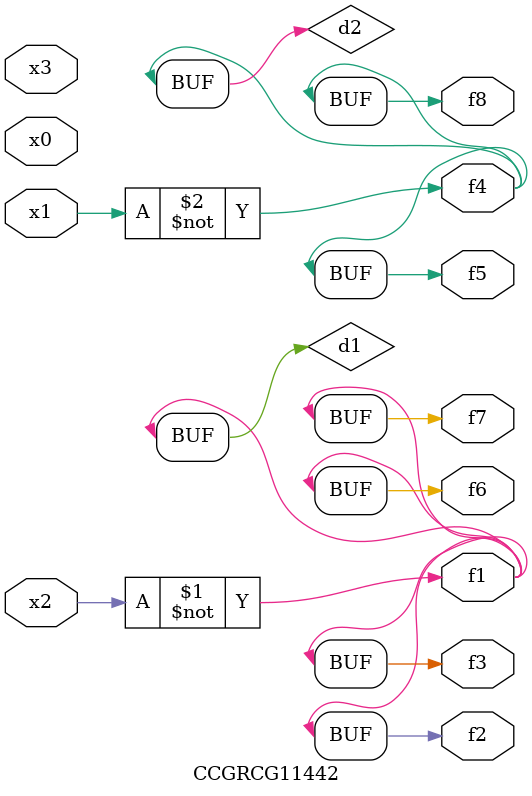
<source format=v>
module CCGRCG11442(
	input x0, x1, x2, x3,
	output f1, f2, f3, f4, f5, f6, f7, f8
);

	wire d1, d2;

	xnor (d1, x2);
	not (d2, x1);
	assign f1 = d1;
	assign f2 = d1;
	assign f3 = d1;
	assign f4 = d2;
	assign f5 = d2;
	assign f6 = d1;
	assign f7 = d1;
	assign f8 = d2;
endmodule

</source>
